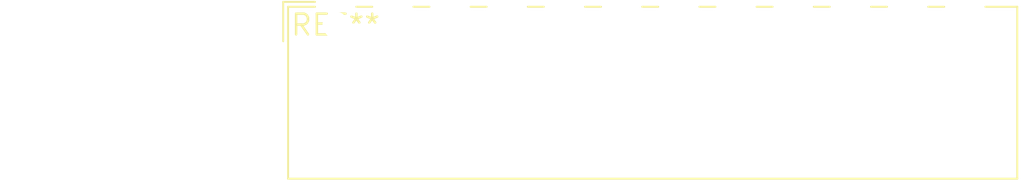
<source format=kicad_pcb>
(kicad_pcb (version 20240108) (generator pcbnew)
  (layers (0 "F.Cu" signal) (31 "B.Cu" signal) (34 "B.Paste" user) (35 "F.Paste" user) (36 "B.SilkS" user "B.Silkscreen") (37 "F.SilkS" user "F.Silkscreen") (38 "B.Mask" user) (39 "F.Mask" user) (44 "Edge.Cuts" user))
  (net 0 "")
  (footprint "Wago_734-172_1x12_P3.50mm_Horizontal" (layer "F.Cu") (at 0 0)
    (property "Reference" "REF**")
    (property "Value" "Wago_734-172_1x12_P3.50mm_Horizontal")
    (fp_line (start -3.21 -1.41) (end -1.26 -1.41) (layer "F.SilkS") (stroke (width 0.12)))
    (fp_line (start -3.21 1) (end -3.21 -1.41) (layer "F.SilkS") (stroke (width 0.12)))
    (fp_line (start -2.91 -1.11) (end -2.91 9.41) (layer "F.SilkS") (stroke (width 0.12)))
    (fp_line (start -2.91 9.41) (end 41.71 9.41) (layer "F.SilkS") (stroke (width 0.12)))
    (fp_line (start -1.26 -1.11) (end -2.91 -1.11) (layer "F.SilkS") (stroke (width 0.12)))
    (fp_line (start 1.26 -1.11) (end 2.24 -1.11) (layer "F.SilkS") (stroke (width 0.12)))
    (fp_line (start 4.76 -1.11) (end 5.74 -1.11) (layer "F.SilkS") (stroke (width 0.12)))
    (fp_line (start 8.26 -1.11) (end 9.24 -1.11) (layer "F.SilkS") (stroke (width 0.12)))
    (fp_line (start 11.76 -1.11) (end 12.74 -1.11) (layer "F.SilkS") (stroke (width 0.12)))
    (fp_line (start 15.26 -1.11) (end 16.24 -1.11) (layer "F.SilkS") (stroke (width 0.12)))
    (fp_line (start 18.76 -1.11) (end 19.74 -1.11) (layer "F.SilkS") (stroke (width 0.12)))
    (fp_line (start 22.26 -1.11) (end 23.24 -1.11) (layer "F.SilkS") (stroke (width 0.12)))
    (fp_line (start 25.76 -1.11) (end 26.74 -1.11) (layer "F.SilkS") (stroke (width 0.12)))
    (fp_line (start 29.26 -1.11) (end 30.24 -1.11) (layer "F.SilkS") (stroke (width 0.12)))
    (fp_line (start 32.76 -1.11) (end 33.74 -1.11) (layer "F.SilkS") (stroke (width 0.12)))
    (fp_line (start 36.26 -1.11) (end 37.24 -1.11) (layer "F.SilkS") (stroke (width 0.12)))
    (fp_line (start 41.71 -1.11) (end 39.76 -1.11) (layer "F.SilkS") (stroke (width 0.12)))
    (fp_line (start 41.71 9.41) (end 41.71 -1.11) (layer "F.SilkS") (stroke (width 0.12)))
    (pad "1" thru_hole roundrect (at 0 0) (size 2 2.6) (drill 1.6) (layers *.Cu *.Mask) (remove_unused_layers) (roundrect_rratio 0.125))
    (pad "2" thru_hole oval (at 3.5 0) (size 2 2.6) (drill 1.6) (layers *.Cu *.Mask) (remove_unused_layers))
    (pad "3" thru_hole oval (at 7 0) (size 2 2.6) (drill 1.6) (layers *.Cu *.Mask) (remove_unused_layers))
    (pad "4" thru_hole oval (at 10.5 0) (size 2 2.6) (drill 1.6) (layers *.Cu *.Mask) (remove_unused_layers))
    (pad "5" thru_hole oval (at 14 0) (size 2 2.6) (drill 1.6) (layers *.Cu *.Mask) (remove_unused_layers))
    (pad "6" thru_hole oval (at 17.5 0) (size 2 2.6) (drill 1.6) (layers *.Cu *.Mask) (remove_unused_layers))
    (pad "7" thru_hole oval (at 21 0) (size 2 2.6) (drill 1.6) (layers *.Cu *.Mask) (remove_unused_layers))
    (pad "8" thru_hole oval (at 24.5 0) (size 2 2.6) (drill 1.6) (layers *.Cu *.Mask) (remove_unused_layers))
    (pad "9" thru_hole oval (at 28 0) (size 2 2.6) (drill 1.6) (layers *.Cu *.Mask) (remove_unused_layers))
    (pad "10" thru_hole oval (at 31.5 0) (size 2 2.6) (drill 1.6) (layers *.Cu *.Mask) (remove_unused_layers))
    (pad "11" thru_hole oval (at 35 0) (size 2 2.6) (drill 1.6) (layers *.Cu *.Mask) (remove_unused_layers))
    (pad "12" thru_hole oval (at 38.5 0) (size 2 2.6) (drill 1.6) (layers *.Cu *.Mask) (remove_unused_layers))
  )
)
</source>
